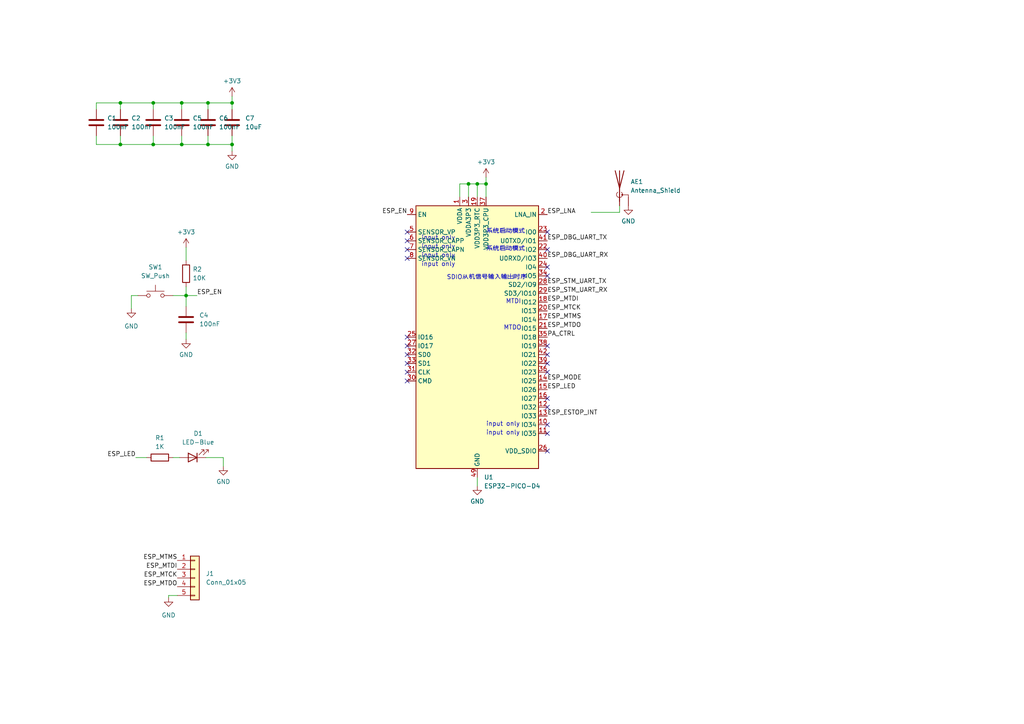
<source format=kicad_sch>
(kicad_sch (version 20250114) (generator "eeschema") (generator_version "9.0")
  (paper "A4")
  (lib_symbols
    (symbol "Connector_Generic:Conn_01x05" (pin_names (offset 1.016) (hide yes))
      (property "Reference" "J" (at 0 7.62 0))
      (property "Value" "Conn_01x05" (at 0 -7.62 0))
      (symbol "Conn_01x05_1_1"
        (rectangle (start -1.27 6.35) (end 1.27 -6.35) (stroke (width 0.254)) (fill (type background)))
        (rectangle (start -1.27 5.207) (end 0 4.953) (stroke (width 0.1524)))
        (rectangle (start -1.27 2.667) (end 0 2.413) (stroke (width 0.1524)))
        (rectangle (start -1.27 0.127) (end 0 -0.127) (stroke (width 0.1524)))
        (rectangle (start -1.27 -2.413) (end 0 -2.667) (stroke (width 0.1524)))
        (rectangle (start -1.27 -4.953) (end 0 -5.207) (stroke (width 0.1524)))
        (pin passive line (at -5.08 5.08 0) (length 3.81) (name "Pin_1") (number "1"))
        (pin passive line (at -5.08 2.54 0) (length 3.81) (name "Pin_2") (number "2"))
        (pin passive line (at -5.08 0 0) (length 3.81) (name "Pin_3") (number "3"))
        (pin passive line (at -5.08 -2.54 0) (length 3.81) (name "Pin_4") (number "4"))
        (pin passive line (at -5.08 -5.08 0) (length 3.81) (name "Pin_5") (number "5"))
      )
    )
    (symbol "Device:Antenna_Shield" (pin_numbers (hide yes)) (pin_names (offset 1.016) (hide yes))
      (property "Reference" "AE" (at -1.905 4.445 0))
      (property "Value" "Antenna_Shield" (at -1.905 2.54 0))
      (symbol "Antenna_Shield_0_1"
        (arc (start 0 -2.667) (mid -0.8485 -2.1032) (end -0.508 -1.143))
        (polyline (pts (xy 0 5.08) (xy 0 -3.81)) (stroke (width 0.254)))
        (polyline (pts (xy 0 -2.54) (xy 0 0)))
        (arc (start 0.508 -1.143) (mid 0.8046 -2.0885) (end 0 -2.667))
        (polyline (pts (xy 0.762 -1.905) (xy 2.54 -1.905)))
        (circle (center 0.762 -1.905) (radius 0.1778) (fill (type outline)))
        (polyline (pts (xy 1.27 5.08) (xy 0 0) (xy -1.27 5.08)) (stroke (width 0.254)))
        (polyline (pts (xy 2.54 -2.54) (xy 2.54 -1.905)))
      )
      (symbol "Antenna_Shield_1_1"
        (pin input line (at 0 -5.08 90) (length 2.54) (name "A") (number "1"))
        (pin input line (at 2.54 -5.08 90) (length 2.54) (name "Shield") (number "2"))
      )
    )
    (symbol "Device:C" (pin_numbers (hide yes)) (pin_names (offset 0.254))
      (property "Reference" "C" (at 0.635 2.54 0))
      (property "Value" "C" (at 0.635 -2.54 0))
      (symbol "C_0_1"
        (polyline (pts (xy -2.032 0.762) (xy 2.032 0.762)) (stroke (width 0.508)))
        (polyline (pts (xy -2.032 -0.762) (xy 2.032 -0.762)) (stroke (width 0.508)))
      )
      (symbol "C_1_1"
        (pin passive line (at 0 3.81 270) (length 2.794) (name "~") (number "1"))
        (pin passive line (at 0 -3.81 90) (length 2.794) (name "~") (number "2"))
      )
    )
    (symbol "Device:LED" (pin_numbers (hide yes)) (pin_names (offset 1.016) (hide yes))
      (property "Reference" "D" (at 0 2.54 0))
      (property "Value" "LED" (at 0 -2.54 0))
      (symbol "LED_0_1"
        (polyline (pts (xy -3.048 -0.762) (xy -4.572 -2.286) (xy -3.81 -2.286) (xy -4.572 -2.286) (xy -4.572 -1.524)))
        (polyline (pts (xy -1.778 -0.762) (xy -3.302 -2.286) (xy -2.54 -2.286) (xy -3.302 -2.286) (xy -3.302 -1.524)))
        (polyline (pts (xy -1.27 0) (xy 1.27 0)))
        (polyline (pts (xy -1.27 -1.27) (xy -1.27 1.27)) (stroke (width 0.254)))
        (polyline (pts (xy 1.27 -1.27) (xy 1.27 1.27) (xy -1.27 0) (xy 1.27 -1.27)) (stroke (width 0.254)))
      )
      (symbol "LED_1_1"
        (pin passive line (at -3.81 0 0) (length 2.54) (name "K") (number "1"))
        (pin passive line (at 3.81 0 180) (length 2.54) (name "A") (number "2"))
      )
    )
    (symbol "Device:R" (pin_numbers (hide yes)) (pin_names (offset 0))
      (property "Reference" "R" (at 2.032 0 90))
      (property "Value" "R" (at 0 0 90))
      (symbol "R_0_1"
        (rectangle (start -1.016 -2.54) (end 1.016 2.54) (stroke (width 0.254)))
      )
      (symbol "R_1_1"
        (pin passive line (at 0 3.81 270) (length 1.27) (name "~") (number "1"))
        (pin passive line (at 0 -3.81 90) (length 1.27) (name "~") (number "2"))
      )
    )
    (symbol "RF_Module:ESP32-PICO-D4"
      (property "Reference" "U" (at -17.78 39.37 0))
      (property "Value" "ESP32-PICO-D4" (at 3.81 39.37 0))
      (symbol "ESP32-PICO-D4_0_0"
        (pin input line (at -20.32 35.56 0) (length 2.54) (name "EN") (number "9"))
        (pin input line (at -20.32 30.48 0) (length 2.54) (name "SENSOR_VP") (number "5"))
        (pin input line (at -20.32 27.94 0) (length 2.54) (name "SENSOR_CAPP") (number "6"))
        (pin input line (at -20.32 25.4 0) (length 2.54) (name "SENSOR_CAPN") (number "7"))
        (pin input line (at -20.32 22.86 0) (length 2.54) (name "SENSOR_VN") (number "8"))
        (pin bidirectional line (at -20.32 0 0) (length 2.54) (name "IO16") (number "25"))
        (pin bidirectional line (at -20.32 -2.54 0) (length 2.54) (name "IO17") (number "27"))
        (pin bidirectional line (at -20.32 -5.08 0) (length 2.54) (name "SD0") (number "32"))
        (pin bidirectional line (at -20.32 -7.62 0) (length 2.54) (name "SD1") (number "33"))
        (pin bidirectional line (at -20.32 -10.16 0) (length 2.54) (name "CLK") (number "31"))
        (pin bidirectional line (at -20.32 -12.7 0) (length 2.54) (name "CMD") (number "30"))
        (pin no_connect line (at -17.78 -25.4 0) (length 2.54) (hide yes) (name "XTAL_N_NC") (number "44"))
        (pin no_connect line (at -17.78 -27.94 0) (length 2.54) (hide yes) (name "XTAL_P_NC") (number "45"))
        (pin no_connect line (at -17.78 -30.48 0) (length 2.54) (hide yes) (name "CAP2_NC") (number "47"))
        (pin no_connect line (at -17.78 -33.02 0) (length 2.54) (hide yes) (name "CAP1_NC") (number "48"))
        (pin power_in line (at -5.08 40.64 270) (length 2.54) (name "VDDA") (number "1"))
        (pin passive line (at -5.08 40.64 270) (length 2.54) (hide yes) (name "VDDA") (number "43"))
        (pin passive line (at -5.08 40.64 270) (length 2.54) (hide yes) (name "VDDA") (number "46"))
        (pin power_in line (at -2.54 40.64 270) (length 2.54) (name "VDDA3P3") (number "3"))
        (pin passive line (at -2.54 40.64 270) (length 2.54) (hide yes) (name "VDDA3P3") (number "4"))
        (pin power_in line (at 0 40.64 270) (length 2.54) (name "VDD3P3_RTC") (number "19"))
        (pin power_in line (at 0 -40.64 90) (length 2.54) (name "GND") (number "49"))
        (pin power_in line (at 2.54 40.64 270) (length 2.54) (name "VDD3P3_CPU") (number "37"))
        (pin bidirectional line (at 20.32 35.56 180) (length 2.54) (name "LNA_IN") (number "2"))
        (pin bidirectional line (at 20.32 30.48 180) (length 2.54) (name "IO0") (number "23"))
        (pin bidirectional line (at 20.32 27.94 180) (length 2.54) (name "U0TXD/IO1") (number "41"))
        (pin bidirectional line (at 20.32 25.4 180) (length 2.54) (name "IO2") (number "22"))
        (pin bidirectional line (at 20.32 22.86 180) (length 2.54) (name "U0RXD/IO3") (number "40"))
        (pin bidirectional line (at 20.32 20.32 180) (length 2.54) (name "IO4") (number "24"))
        (pin bidirectional line (at 20.32 17.78 180) (length 2.54) (name "IO5") (number "34"))
        (pin bidirectional line (at 20.32 15.24 180) (length 2.54) (name "SD2/IO9") (number "28"))
        (pin bidirectional line (at 20.32 12.7 180) (length 2.54) (name "SD3/IO10") (number "29"))
        (pin bidirectional line (at 20.32 10.16 180) (length 2.54) (name "IO12") (number "18"))
        (pin bidirectional line (at 20.32 7.62 180) (length 2.54) (name "IO13") (number "20"))
        (pin bidirectional line (at 20.32 5.08 180) (length 2.54) (name "IO14") (number "17"))
        (pin bidirectional line (at 20.32 2.54 180) (length 2.54) (name "IO15") (number "21"))
        (pin bidirectional line (at 20.32 0 180) (length 2.54) (name "IO18") (number "35"))
        (pin bidirectional line (at 20.32 -2.54 180) (length 2.54) (name "IO19") (number "38"))
        (pin bidirectional line (at 20.32 -5.08 180) (length 2.54) (name "IO21") (number "42"))
        (pin bidirectional line (at 20.32 -7.62 180) (length 2.54) (name "IO22") (number "39"))
        (pin bidirectional line (at 20.32 -10.16 180) (length 2.54) (name "IO23") (number "36"))
        (pin bidirectional line (at 20.32 -12.7 180) (length 2.54) (name "IO25") (number "14"))
        (pin bidirectional line (at 20.32 -15.24 180) (length 2.54) (name "IO26") (number "15"))
        (pin bidirectional line (at 20.32 -17.78 180) (length 2.54) (name "IO27") (number "16"))
        (pin bidirectional line (at 20.32 -20.32 180) (length 2.54) (name "IO32") (number "12"))
        (pin bidirectional line (at 20.32 -22.86 180) (length 2.54) (name "IO33") (number "13"))
        (pin input line (at 20.32 -25.4 180) (length 2.54) (name "IO34") (number "10"))
        (pin input line (at 20.32 -27.94 180) (length 2.54) (name "IO35") (number "11"))
        (pin power_out line (at 20.32 -33.02 180) (length 2.54) (name "VDD_SDIO") (number "26"))
      )
      (symbol "ESP32-PICO-D4_0_1"
        (rectangle (start -17.78 38.1) (end 17.78 -38.1) (stroke (width 0.254)) (fill (type background)))
      )
    )
    (symbol "Switch:SW_Push" (pin_numbers (hide yes)) (pin_names (offset 1.016) (hide yes))
      (property "Reference" "SW" (at 1.27 2.54 0))
      (property "Value" "SW_Push" (at 0 -1.524 0))
      (symbol "SW_Push_0_1"
        (circle (center -2.032 0) (radius 0.508))
        (polyline (pts (xy 0 1.27) (xy 0 3.048)))
        (circle (center 2.032 0) (radius 0.508))
        (polyline (pts (xy 2.54 1.27) (xy -2.54 1.27)))
        (pin passive line (at -5.08 0 0) (length 2.54) (name "1") (number "1"))
        (pin passive line (at 5.08 0 180) (length 2.54) (name "2") (number "2"))
      )
    )
    (symbol "power:+3V3" (power) (pin_names (offset 0))
      (property "Value" "+3V3" (at 0 3.556 0))
      (symbol "+3V3_0_1"
        (polyline (pts (xy -0.762 1.27) (xy 0 2.54)))
        (polyline (pts (xy 0 2.54) (xy 0.762 1.27)))
        (polyline (pts (xy 0 0) (xy 0 2.54)))
      )
      (symbol "+3V3_1_1"
        (pin power_in line (at 0 0 90) (length 0) (hide yes) (name "+3V3") (number "1"))
      )
    )
    (symbol "power:GND" (power) (pin_names (offset 0))
      (property "Value" "GND" (at 0 -3.81 0))
      (symbol "GND_0_1"
        (polyline (pts (xy 0 0) (xy 0 -1.27) (xy 1.27 -1.27) (xy 0 -2.54) (xy -1.27 -1.27) (xy 0 -1.27)))
      )
      (symbol "GND_1_1"
        (pin power_in line (at 0 0 270) (length 0) (hide yes) (name "GND") (number "1"))
      )
    )
  )
  (text "input only" (at 132.08 77.47 0) (effects (font (size 1.27 1.27)) (justify right bottom)))
  (text "MTDO" (at 146.05 95.885 0) (effects (font (size 1.27 1.27)) (justify left bottom)))
  (text "input only" (at 132.08 74.93 0) (effects (font (size 1.27 1.27)) (justify right bottom)))
  (text "系统启动模式" (at 152.4 67.945 0) (effects (font (size 1.27 1.27)) (justify right bottom)))
  (text "系统启动模式" (at 152.4 73.025 0) (effects (font (size 1.27 1.27)) (justify right bottom)))
  (text "MTDI" (at 146.685 88.265 0) (effects (font (size 1.27 1.27)) (justify left bottom)))
  (text "input only" (at 140.97 126.365 0) (effects (font (size 1.27 1.27)) (justify left bottom)))
  (text "input only" (at 132.08 69.85 0) (effects (font (size 1.27 1.27)) (justify right bottom)))
  (text "input only" (at 132.08 72.39 0) (effects (font (size 1.27 1.27)) (justify right bottom)))
  (text "SDIO从机信号输入输出时序" (at 129.54 81.28 0) (effects (font (size 1.27 1.27)) (justify left bottom)))
  (text "input only" (at 140.97 123.825 0) (effects (font (size 1.27 1.27)) (justify left bottom)))
  (junction (at 140.97 53.34))
  (junction (at 53.975 85.725))
  (junction (at 52.705 29.845))
  (junction (at 34.925 29.845))
  (junction (at 44.45 29.845))
  (junction (at 67.31 41.91))
  (junction (at 138.43 53.34))
  (junction (at 34.925 41.91))
  (junction (at 52.705 41.91))
  (junction (at 44.45 41.91))
  (junction (at 67.31 29.845))
  (junction (at 60.325 29.845))
  (junction (at 60.325 41.91))
  (junction (at 135.89 53.34))
  (no_connect (at 158.75 72.39))
  (no_connect (at 158.75 107.95))
  (no_connect (at 118.11 105.41))
  (no_connect (at 158.75 100.33))
  (no_connect (at 118.11 107.95))
  (no_connect (at 118.11 97.79))
  (no_connect (at 118.11 69.85))
  (no_connect (at 158.75 118.11))
  (no_connect (at 158.75 67.31))
  (no_connect (at 118.11 102.87))
  (no_connect (at 158.75 130.81))
  (no_connect (at 158.75 105.41))
  (no_connect (at 118.11 110.49))
  (no_connect (at 158.75 102.87))
  (no_connect (at 118.11 100.33))
  (no_connect (at 118.11 72.39))
  (no_connect (at 158.75 123.19))
  (no_connect (at 158.75 77.47))
  (no_connect (at 118.11 74.93))
  (no_connect (at 118.11 67.31))
  (no_connect (at 158.75 80.01))
  (no_connect (at 158.75 115.57))
  (no_connect (at 158.75 125.73))
  (wire (pts (xy 27.94 39.37) (xy 27.94 41.91)))
  (wire (pts (xy 34.925 41.91) (xy 44.45 41.91)))
  (wire (pts (xy 38.1 85.725) (xy 40.005 85.725)))
  (wire (pts (xy 39.37 132.715) (xy 42.545 132.715)))
  (wire (pts (xy 140.97 51.435) (xy 140.97 53.34)))
  (wire (pts (xy 135.89 53.34) (xy 135.89 57.15)))
  (wire (pts (xy 133.35 53.34) (xy 135.89 53.34)))
  (wire (pts (xy 52.705 31.75) (xy 52.705 29.845)))
  (wire (pts (xy 133.35 53.34) (xy 133.35 57.15)))
  (wire (pts (xy 67.31 27.94) (xy 67.31 29.845)))
  (wire (pts (xy 44.45 39.37) (xy 44.45 41.91)))
  (wire (pts (xy 53.975 96.52) (xy 53.975 98.425)))
  (wire (pts (xy 67.31 29.845) (xy 60.325 29.845)))
  (wire (pts (xy 44.45 29.845) (xy 52.705 29.845)))
  (wire (pts (xy 67.31 29.845) (xy 67.31 31.75)))
  (wire (pts (xy 48.895 172.72) (xy 48.895 173.355)))
  (wire (pts (xy 53.975 85.725) (xy 53.975 88.9)))
  (wire (pts (xy 44.45 29.845) (xy 44.45 31.75)))
  (wire (pts (xy 44.45 41.91) (xy 52.705 41.91)))
  (wire (pts (xy 50.165 85.725) (xy 53.975 85.725)))
  (wire (pts (xy 27.94 41.91) (xy 34.925 41.91)))
  (wire (pts (xy 38.1 85.725) (xy 38.1 89.535)))
  (wire (pts (xy 140.97 53.34) (xy 140.97 57.15)))
  (wire (pts (xy 138.43 138.43) (xy 138.43 140.97)))
  (wire (pts (xy 138.43 53.34) (xy 140.97 53.34)))
  (wire (pts (xy 179.705 61.595) (xy 179.705 59.69)))
  (wire (pts (xy 27.94 29.845) (xy 34.925 29.845)))
  (wire (pts (xy 67.31 41.91) (xy 67.31 43.815)))
  (wire (pts (xy 138.43 53.34) (xy 138.43 57.15)))
  (wire (pts (xy 34.925 39.37) (xy 34.925 41.91)))
  (wire (pts (xy 34.925 29.845) (xy 44.45 29.845)))
  (wire (pts (xy 171.45 61.595) (xy 179.705 61.595)))
  (wire (pts (xy 27.94 31.75) (xy 27.94 29.845)))
  (wire (pts (xy 59.69 132.715) (xy 64.77 132.715)))
  (wire (pts (xy 64.77 132.715) (xy 64.77 135.255)))
  (wire (pts (xy 57.15 85.725) (xy 53.975 85.725)))
  (wire (pts (xy 60.325 41.91) (xy 52.705 41.91)))
  (wire (pts (xy 51.435 172.72) (xy 48.895 172.72)))
  (wire (pts (xy 67.31 41.91) (xy 60.325 41.91)))
  (wire (pts (xy 60.325 29.845) (xy 60.325 31.75)))
  (wire (pts (xy 34.925 31.75) (xy 34.925 29.845)))
  (wire (pts (xy 53.975 83.185) (xy 53.975 85.725)))
  (wire (pts (xy 67.31 39.37) (xy 67.31 41.91)))
  (wire (pts (xy 60.325 39.37) (xy 60.325 41.91)))
  (wire (pts (xy 52.705 29.845) (xy 60.325 29.845)))
  (wire (pts (xy 50.165 132.715) (xy 52.07 132.715)))
  (wire (pts (xy 53.975 71.755) (xy 53.975 75.565)))
  (wire (pts (xy 52.705 41.91) (xy 52.705 39.37)))
  (wire (pts (xy 135.89 53.34) (xy 138.43 53.34)))
  (label "PA_CTRL" (at 158.75 97.79 0))
  (label "ESP_DBG_UART_RX" (at 158.75 74.93 0))
  (label "ESP_MTDO" (at 51.435 170.18 180))
  (label "ESP_STM_UART_TX" (at 158.75 82.55 0))
  (label "ESP_EN" (at 57.15 85.725 0))
  (label "ESP_DBG_UART_TX" (at 158.75 69.85 0))
  (label "ESP_MTMS" (at 51.435 162.56 180))
  (label "ESP_LED" (at 39.37 132.715 180))
  (label "ESP_MTMS" (at 158.75 92.71 0))
  (label "ESP_STM_UART_RX" (at 158.75 85.09 0))
  (label "ESP_MTDI" (at 51.435 165.1 180))
  (label "ESP_MTCK" (at 51.435 167.64 180))
  (label "ESP_MODE" (at 158.75 110.49 0))
  (label "ESP_MTDO" (at 158.75 95.25 0))
  (label "ESP_ESTOP_INT" (at 158.75 120.65 0))
  (label "ESP_LNA" (at 158.75 62.23 0))
  (label "ESP_LED" (at 158.75 113.03 0))
  (label "ESP_EN" (at 118.11 62.23 180))
  (label "ESP_MTDI" (at 158.75 87.63 0))
  (label "ESP_MTCK" (at 158.75 90.17 0))
  (symbol (lib_id "power:GND") (at 182.245 59.69 0) (unit 1)
    (property "Reference" "#PWR0258" (effects (hide yes)))
    (property "Value" "GND" (at 182.245 64.135 0))
    (property "Description" "Power symbol creates a global label with name \"GND\" , ground" (effects (hide yes)))
  )
  (symbol (lib_id "power:GND") (at 38.1 89.535 0) (unit 1)
    (property "Reference" "#PWR01" (effects (hide yes)))
    (property "Value" "GND" (at 38.1 94.615 0))
  )
  (symbol (lib_id "Device:C") (at 60.325 35.56 0) (unit 1)
    (property "Reference" "C6" (at 63.5 34.29 0) (effects (justify left)))
    (property "Value" "100nF" (at 63.5 36.83 0) (effects (justify left)))
    (property "Footprint" "Capacitor_SMD:C_0402_1005Metric" (effects (hide yes)))
    (property "Price" "0.0174" (effects (hide yes)))
    (property "mpn" "C77020" (effects (hide yes)))
  )
  (symbol (lib_id "Device:C") (at 67.31 35.56 0) (unit 1)
    (property "Reference" "C7" (at 71.12 34.29 0) (effects (justify left)))
    (property "Value" "10uF" (at 71.12 36.83 0) (effects (justify left)))
    (property "Footprint" "Capacitor_SMD:C_0603_1608Metric" (effects (hide yes)))
    (property "Price" "0.1032" (effects (hide yes)))
    (property "mpn" "C96446" (effects (hide yes)))
  )
  (symbol (lib_id "RF_Module:ESP32-PICO-D4") (at 138.43 97.79 0) (unit 1)
    (property "Reference" "U1" (at 140.3859 138.43 0) (effects (justify left)))
    (property "Value" "ESP32-PICO-D4" (at 140.3859 140.97 0) (effects (justify left)))
    (property "Footprint" "RLX_Library:ESP32PICOD4" (effects (hide yes)))
    (property "Datasheet" "https://www.espressif.com/sites/default/files/documentation/esp32-pico-d4_datasheet_en.pdf" (effects (hide yes)))
    (property "Price" "27.35" (effects (hide yes)))
    (property "mpn" "C193707" (effects (hide yes)))
  )
  (symbol (lib_id "power:+3V3") (at 67.31 27.94 0) (unit 1)
    (property "Reference" "#PWR07" (effects (hide yes)))
    (property "Value" "+3V3" (at 67.31 23.495 0))
  )
  (symbol (lib_id "power:GND") (at 53.975 98.425 0) (unit 1)
    (property "Reference" "#PWR03" (effects (hide yes)))
    (property "Value" "GND" (at 53.975 102.87 0))
  )
  (symbol (lib_id "Device:C") (at 27.94 35.56 0) (unit 1)
    (property "Reference" "C1" (at 31.115 34.29 0) (effects (justify left)))
    (property "Value" "100nF" (at 31.115 36.83 0) (effects (justify left)))
    (property "Footprint" "Capacitor_SMD:C_0402_1005Metric" (effects (hide yes)))
    (property "Price" "0.0174" (effects (hide yes)))
    (property "mpn" "C77020" (effects (hide yes)))
  )
  (symbol (lib_id "Device:C") (at 44.45 35.56 0) (unit 1)
    (property "Reference" "C3" (at 47.625 34.29 0) (effects (justify left)))
    (property "Value" "100nF" (at 47.625 36.83 0) (effects (justify left)))
    (property "Footprint" "Capacitor_SMD:C_0402_1005Metric" (effects (hide yes)))
    (property "Price" "0.0174" (effects (hide yes)))
    (property "mpn" "C77020" (effects (hide yes)))
  )
  (symbol (lib_id "Device:C") (at 53.975 92.71 0) (unit 1)
    (property "Reference" "C4" (at 57.785 91.44 0) (effects (justify left)))
    (property "Value" "100nF" (at 57.785 93.98 0) (effects (justify left)))
    (property "Footprint" "Capacitor_SMD:C_0402_1005Metric" (effects (hide yes)))
    (property "Price" "0.0174" (effects (hide yes)))
    (property "mpn" "C77020" (effects (hide yes)))
  )
  (symbol (lib_id "power:GND") (at 64.77 135.255 0) (unit 1)
    (property "Reference" "#PWR06" (effects (hide yes)))
    (property "Value" "GND" (at 64.77 139.7 0))
  )
  (symbol (lib_id "power:+3V3") (at 140.97 51.435 0) (unit 1)
    (property "Reference" "#PWR05" (effects (hide yes)))
    (property "Value" "+3V3" (at 140.97 46.99 0))
  )
  (symbol (lib_id "Device:Antenna_Shield") (at 179.705 54.61 0) (unit 1)
    (property "Reference" "AE1" (at 182.88 52.705 0) (effects (justify left)))
    (property "Value" "Antenna_Shield" (at 182.88 55.245 0) (effects (justify left)))
    (property "Footprint" "Connector_Coaxial:U.FL_Molex_MCRF_73412-0110_Vertical" (effects (hide yes)))
    (property "mpn" "C411563" (effects (hide yes)))
    (property "Price" "0.435595" (effects (hide yes)))
  )
  (symbol (lib_id "Connector_Generic:Conn_01x05") (at 56.515 167.64 0) (unit 1)
    (property "Reference" "J1" (at 59.69 166.3699 0) (effects (justify left)))
    (property "Value" "Conn_01x05" (at 59.69 168.9099 0) (effects (justify left)))
    (property "Footprint" "Connector_PinHeader_2.54mm:PinHeader_1x05_P2.54mm_Vertical" (effects (hide yes)))
    (property "Description" "Generic connector, single row, 01x05, script generated (kicad-library-utils/schlib/autogen/connector/)" (effects (hide yes)))
    (property "Price" "0.56795" (effects (hide yes)))
  )
  (symbol (lib_id "Switch:SW_Push") (at 45.085 85.725 0) (unit 1)
    (property "Reference" "SW1" (at 45.085 77.47 0))
    (property "Value" "SW_Push" (at 45.085 80.01 0))
    (property "Footprint" "Button_Switch_SMD:SW_Push_SPST_NO_Alps_SKRK" (effects (hide yes)))
    (property "Price" "0.5163" (effects (hide yes)))
    (property "mpn" "C2905194" (effects (hide yes)))
  )
  (symbol (lib_id "power:GND") (at 48.895 173.355 0) (mirror y) (unit 1)
    (property "Reference" "#PWR09" (effects (hide yes)))
    (property "Value" "GND" (at 48.895 178.435 0))
  )
  (symbol (lib_id "Device:R") (at 53.975 79.375 0) (unit 1)
    (property "Reference" "R2" (at 55.88 78.105 0) (effects (justify left)))
    (property "Value" "10K" (at 55.88 80.645 0) (effects (justify left)))
    (property "Footprint" "Resistor_SMD:R_0402_1005Metric" (effects (hide yes)))
    (property "Price" "0.0031" (effects (hide yes)))
    (property "mpn" "C60490" (effects (hide yes)))
  )
  (symbol (lib_id "Device:C") (at 34.925 35.56 0) (unit 1)
    (property "Reference" "C2" (at 38.1 34.29 0) (effects (justify left)))
    (property "Value" "100nF" (at 38.1 36.83 0) (effects (justify left)))
    (property "Footprint" "Capacitor_SMD:C_0402_1005Metric" (effects (hide yes)))
    (property "Price" "0.0174" (effects (hide yes)))
    (property "mpn" "C77020" (effects (hide yes)))
  )
  (symbol (lib_id "Device:C") (at 52.705 35.56 0) (unit 1)
    (property "Reference" "C5" (at 55.88 34.29 0) (effects (justify left)))
    (property "Value" "100nF" (at 55.88 36.83 0) (effects (justify left)))
    (property "Footprint" "Capacitor_SMD:C_0402_1005Metric" (effects (hide yes)))
    (property "Price" "0.0174" (effects (hide yes)))
    (property "mpn" "C77020" (effects (hide yes)))
  )
  (symbol (lib_id "Device:R") (at 46.355 132.715 90) (unit 1)
    (property "Reference" "R1" (at 46.355 127 90))
    (property "Value" "1K" (at 46.355 129.54 90))
    (property "Footprint" "Resistor_SMD:R_0402_1005Metric" (effects (hide yes)))
    (property "Price" "0.0031" (effects (hide yes)))
    (property "mpn" "C11702" (effects (hide yes)))
  )
  (symbol (lib_id "power:+3V3") (at 53.975 71.755 0) (unit 1)
    (property "Reference" "#PWR02" (effects (hide yes)))
    (property "Value" "+3V3" (at 53.975 67.31 0))
  )
  (symbol (lib_id "power:GND") (at 138.43 140.97 0) (unit 1)
    (property "Reference" "#PWR04" (effects (hide yes)))
    (property "Value" "GND" (at 138.43 145.415 0))
  )
  (symbol (lib_id "power:GND") (at 67.31 43.815 0) (unit 1)
    (property "Reference" "#PWR08" (effects (hide yes)))
    (property "Value" "GND" (at 67.31 48.26 0))
  )
  (symbol (lib_id "Device:LED") (at 55.88 132.715 180) (unit 1)
    (property "Reference" "D1" (at 57.4675 125.73 0))
    (property "Value" "LED-Blue" (at 57.4675 128.27 0))
    (property "Footprint" "LED_SMD:LED_0603_1608Metric" (effects (hide yes)))
    (property "Price" "0.095693" (effects (hide yes)))
    (property "mpn" "C84266" (effects (hide yes)))
  )
)
</source>
